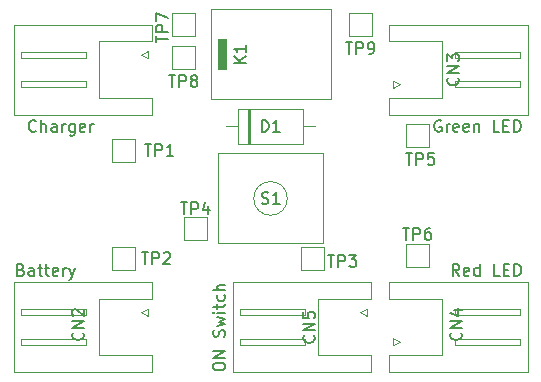
<source format=gto>
%TF.GenerationSoftware,KiCad,Pcbnew,5.1.6-c6e7f7d~87~ubuntu18.04.1*%
%TF.CreationDate,2020-08-08T17:14:56-07:00*%
%TF.ProjectId,Cough-GoNoGo,436f7567-682d-4476-9f4e-6f476f2e6b69,A.01*%
%TF.SameCoordinates,Original*%
%TF.FileFunction,Legend,Top*%
%TF.FilePolarity,Positive*%
%FSLAX46Y46*%
G04 Gerber Fmt 4.6, Leading zero omitted, Abs format (unit mm)*
G04 Created by KiCad (PCBNEW 5.1.6-c6e7f7d~87~ubuntu18.04.1) date 2020-08-08 17:14:56*
%MOMM*%
%LPD*%
G01*
G04 APERTURE LIST*
%ADD10C,0.150000*%
%ADD11C,0.120000*%
%ADD12C,0.100000*%
G04 APERTURE END LIST*
D10*
X164290761Y-103894000D02*
X164195523Y-103846380D01*
X164052666Y-103846380D01*
X163909809Y-103894000D01*
X163814571Y-103989238D01*
X163766952Y-104084476D01*
X163719333Y-104274952D01*
X163719333Y-104417809D01*
X163766952Y-104608285D01*
X163814571Y-104703523D01*
X163909809Y-104798761D01*
X164052666Y-104846380D01*
X164147904Y-104846380D01*
X164290761Y-104798761D01*
X164338380Y-104751142D01*
X164338380Y-104417809D01*
X164147904Y-104417809D01*
X164766952Y-104846380D02*
X164766952Y-104179714D01*
X164766952Y-104370190D02*
X164814571Y-104274952D01*
X164862190Y-104227333D01*
X164957428Y-104179714D01*
X165052666Y-104179714D01*
X165766952Y-104798761D02*
X165671714Y-104846380D01*
X165481238Y-104846380D01*
X165386000Y-104798761D01*
X165338380Y-104703523D01*
X165338380Y-104322571D01*
X165386000Y-104227333D01*
X165481238Y-104179714D01*
X165671714Y-104179714D01*
X165766952Y-104227333D01*
X165814571Y-104322571D01*
X165814571Y-104417809D01*
X165338380Y-104513047D01*
X166624095Y-104798761D02*
X166528857Y-104846380D01*
X166338380Y-104846380D01*
X166243142Y-104798761D01*
X166195523Y-104703523D01*
X166195523Y-104322571D01*
X166243142Y-104227333D01*
X166338380Y-104179714D01*
X166528857Y-104179714D01*
X166624095Y-104227333D01*
X166671714Y-104322571D01*
X166671714Y-104417809D01*
X166195523Y-104513047D01*
X167100285Y-104179714D02*
X167100285Y-104846380D01*
X167100285Y-104274952D02*
X167147904Y-104227333D01*
X167243142Y-104179714D01*
X167386000Y-104179714D01*
X167481238Y-104227333D01*
X167528857Y-104322571D01*
X167528857Y-104846380D01*
X169243142Y-104846380D02*
X168766952Y-104846380D01*
X168766952Y-103846380D01*
X169576476Y-104322571D02*
X169909809Y-104322571D01*
X170052666Y-104846380D02*
X169576476Y-104846380D01*
X169576476Y-103846380D01*
X170052666Y-103846380D01*
X170481238Y-104846380D02*
X170481238Y-103846380D01*
X170719333Y-103846380D01*
X170862190Y-103894000D01*
X170957428Y-103989238D01*
X171005047Y-104084476D01*
X171052666Y-104274952D01*
X171052666Y-104417809D01*
X171005047Y-104608285D01*
X170957428Y-104703523D01*
X170862190Y-104798761D01*
X170719333Y-104846380D01*
X170481238Y-104846380D01*
X165838476Y-117038380D02*
X165505142Y-116562190D01*
X165267047Y-117038380D02*
X165267047Y-116038380D01*
X165648000Y-116038380D01*
X165743238Y-116086000D01*
X165790857Y-116133619D01*
X165838476Y-116228857D01*
X165838476Y-116371714D01*
X165790857Y-116466952D01*
X165743238Y-116514571D01*
X165648000Y-116562190D01*
X165267047Y-116562190D01*
X166648000Y-116990761D02*
X166552761Y-117038380D01*
X166362285Y-117038380D01*
X166267047Y-116990761D01*
X166219428Y-116895523D01*
X166219428Y-116514571D01*
X166267047Y-116419333D01*
X166362285Y-116371714D01*
X166552761Y-116371714D01*
X166648000Y-116419333D01*
X166695619Y-116514571D01*
X166695619Y-116609809D01*
X166219428Y-116705047D01*
X167552761Y-117038380D02*
X167552761Y-116038380D01*
X167552761Y-116990761D02*
X167457523Y-117038380D01*
X167267047Y-117038380D01*
X167171809Y-116990761D01*
X167124190Y-116943142D01*
X167076571Y-116847904D01*
X167076571Y-116562190D01*
X167124190Y-116466952D01*
X167171809Y-116419333D01*
X167267047Y-116371714D01*
X167457523Y-116371714D01*
X167552761Y-116419333D01*
X169267047Y-117038380D02*
X168790857Y-117038380D01*
X168790857Y-116038380D01*
X169600380Y-116514571D02*
X169933714Y-116514571D01*
X170076571Y-117038380D02*
X169600380Y-117038380D01*
X169600380Y-116038380D01*
X170076571Y-116038380D01*
X170505142Y-117038380D02*
X170505142Y-116038380D01*
X170743238Y-116038380D01*
X170886095Y-116086000D01*
X170981333Y-116181238D01*
X171028952Y-116276476D01*
X171076571Y-116466952D01*
X171076571Y-116609809D01*
X171028952Y-116800285D01*
X170981333Y-116895523D01*
X170886095Y-116990761D01*
X170743238Y-117038380D01*
X170505142Y-117038380D01*
X144994380Y-124816761D02*
X144994380Y-124626285D01*
X145042000Y-124531047D01*
X145137238Y-124435809D01*
X145327714Y-124388190D01*
X145661047Y-124388190D01*
X145851523Y-124435809D01*
X145946761Y-124531047D01*
X145994380Y-124626285D01*
X145994380Y-124816761D01*
X145946761Y-124912000D01*
X145851523Y-125007238D01*
X145661047Y-125054857D01*
X145327714Y-125054857D01*
X145137238Y-125007238D01*
X145042000Y-124912000D01*
X144994380Y-124816761D01*
X145994380Y-123959619D02*
X144994380Y-123959619D01*
X145994380Y-123388190D01*
X144994380Y-123388190D01*
X145946761Y-122197714D02*
X145994380Y-122054857D01*
X145994380Y-121816761D01*
X145946761Y-121721523D01*
X145899142Y-121673904D01*
X145803904Y-121626285D01*
X145708666Y-121626285D01*
X145613428Y-121673904D01*
X145565809Y-121721523D01*
X145518190Y-121816761D01*
X145470571Y-122007238D01*
X145422952Y-122102476D01*
X145375333Y-122150095D01*
X145280095Y-122197714D01*
X145184857Y-122197714D01*
X145089619Y-122150095D01*
X145042000Y-122102476D01*
X144994380Y-122007238D01*
X144994380Y-121769142D01*
X145042000Y-121626285D01*
X145327714Y-121292952D02*
X145994380Y-121102476D01*
X145518190Y-120912000D01*
X145994380Y-120721523D01*
X145327714Y-120531047D01*
X145994380Y-120150095D02*
X145327714Y-120150095D01*
X144994380Y-120150095D02*
X145042000Y-120197714D01*
X145089619Y-120150095D01*
X145042000Y-120102476D01*
X144994380Y-120150095D01*
X145089619Y-120150095D01*
X145327714Y-119816761D02*
X145327714Y-119435809D01*
X144994380Y-119673904D02*
X145851523Y-119673904D01*
X145946761Y-119626285D01*
X145994380Y-119531047D01*
X145994380Y-119435809D01*
X145946761Y-118673904D02*
X145994380Y-118769142D01*
X145994380Y-118959619D01*
X145946761Y-119054857D01*
X145899142Y-119102476D01*
X145803904Y-119150095D01*
X145518190Y-119150095D01*
X145422952Y-119102476D01*
X145375333Y-119054857D01*
X145327714Y-118959619D01*
X145327714Y-118769142D01*
X145375333Y-118673904D01*
X145994380Y-118245333D02*
X144994380Y-118245333D01*
X145994380Y-117816761D02*
X145470571Y-117816761D01*
X145375333Y-117864380D01*
X145327714Y-117959619D01*
X145327714Y-118102476D01*
X145375333Y-118197714D01*
X145422952Y-118245333D01*
X128738571Y-116514571D02*
X128881428Y-116562190D01*
X128929047Y-116609809D01*
X128976666Y-116705047D01*
X128976666Y-116847904D01*
X128929047Y-116943142D01*
X128881428Y-116990761D01*
X128786190Y-117038380D01*
X128405238Y-117038380D01*
X128405238Y-116038380D01*
X128738571Y-116038380D01*
X128833809Y-116086000D01*
X128881428Y-116133619D01*
X128929047Y-116228857D01*
X128929047Y-116324095D01*
X128881428Y-116419333D01*
X128833809Y-116466952D01*
X128738571Y-116514571D01*
X128405238Y-116514571D01*
X129833809Y-117038380D02*
X129833809Y-116514571D01*
X129786190Y-116419333D01*
X129690952Y-116371714D01*
X129500476Y-116371714D01*
X129405238Y-116419333D01*
X129833809Y-116990761D02*
X129738571Y-117038380D01*
X129500476Y-117038380D01*
X129405238Y-116990761D01*
X129357619Y-116895523D01*
X129357619Y-116800285D01*
X129405238Y-116705047D01*
X129500476Y-116657428D01*
X129738571Y-116657428D01*
X129833809Y-116609809D01*
X130167142Y-116371714D02*
X130548095Y-116371714D01*
X130310000Y-116038380D02*
X130310000Y-116895523D01*
X130357619Y-116990761D01*
X130452857Y-117038380D01*
X130548095Y-117038380D01*
X130738571Y-116371714D02*
X131119523Y-116371714D01*
X130881428Y-116038380D02*
X130881428Y-116895523D01*
X130929047Y-116990761D01*
X131024285Y-117038380D01*
X131119523Y-117038380D01*
X131833809Y-116990761D02*
X131738571Y-117038380D01*
X131548095Y-117038380D01*
X131452857Y-116990761D01*
X131405238Y-116895523D01*
X131405238Y-116514571D01*
X131452857Y-116419333D01*
X131548095Y-116371714D01*
X131738571Y-116371714D01*
X131833809Y-116419333D01*
X131881428Y-116514571D01*
X131881428Y-116609809D01*
X131405238Y-116705047D01*
X132310000Y-117038380D02*
X132310000Y-116371714D01*
X132310000Y-116562190D02*
X132357619Y-116466952D01*
X132405238Y-116419333D01*
X132500476Y-116371714D01*
X132595714Y-116371714D01*
X132833809Y-116371714D02*
X133071904Y-117038380D01*
X133310000Y-116371714D02*
X133071904Y-117038380D01*
X132976666Y-117276476D01*
X132929047Y-117324095D01*
X132833809Y-117371714D01*
X129984761Y-104751142D02*
X129937142Y-104798761D01*
X129794285Y-104846380D01*
X129699047Y-104846380D01*
X129556190Y-104798761D01*
X129460952Y-104703523D01*
X129413333Y-104608285D01*
X129365714Y-104417809D01*
X129365714Y-104274952D01*
X129413333Y-104084476D01*
X129460952Y-103989238D01*
X129556190Y-103894000D01*
X129699047Y-103846380D01*
X129794285Y-103846380D01*
X129937142Y-103894000D01*
X129984761Y-103941619D01*
X130413333Y-104846380D02*
X130413333Y-103846380D01*
X130841904Y-104846380D02*
X130841904Y-104322571D01*
X130794285Y-104227333D01*
X130699047Y-104179714D01*
X130556190Y-104179714D01*
X130460952Y-104227333D01*
X130413333Y-104274952D01*
X131746666Y-104846380D02*
X131746666Y-104322571D01*
X131699047Y-104227333D01*
X131603809Y-104179714D01*
X131413333Y-104179714D01*
X131318095Y-104227333D01*
X131746666Y-104798761D02*
X131651428Y-104846380D01*
X131413333Y-104846380D01*
X131318095Y-104798761D01*
X131270476Y-104703523D01*
X131270476Y-104608285D01*
X131318095Y-104513047D01*
X131413333Y-104465428D01*
X131651428Y-104465428D01*
X131746666Y-104417809D01*
X132222857Y-104846380D02*
X132222857Y-104179714D01*
X132222857Y-104370190D02*
X132270476Y-104274952D01*
X132318095Y-104227333D01*
X132413333Y-104179714D01*
X132508571Y-104179714D01*
X133270476Y-104179714D02*
X133270476Y-104989238D01*
X133222857Y-105084476D01*
X133175238Y-105132095D01*
X133080000Y-105179714D01*
X132937142Y-105179714D01*
X132841904Y-105132095D01*
X133270476Y-104798761D02*
X133175238Y-104846380D01*
X132984761Y-104846380D01*
X132889523Y-104798761D01*
X132841904Y-104751142D01*
X132794285Y-104655904D01*
X132794285Y-104370190D01*
X132841904Y-104274952D01*
X132889523Y-104227333D01*
X132984761Y-104179714D01*
X133175238Y-104179714D01*
X133270476Y-104227333D01*
X134127619Y-104798761D02*
X134032380Y-104846380D01*
X133841904Y-104846380D01*
X133746666Y-104798761D01*
X133699047Y-104703523D01*
X133699047Y-104322571D01*
X133746666Y-104227333D01*
X133841904Y-104179714D01*
X134032380Y-104179714D01*
X134127619Y-104227333D01*
X134175238Y-104322571D01*
X134175238Y-104417809D01*
X133699047Y-104513047D01*
X134603809Y-104846380D02*
X134603809Y-104179714D01*
X134603809Y-104370190D02*
X134651428Y-104274952D01*
X134699047Y-104227333D01*
X134794285Y-104179714D01*
X134889523Y-104179714D01*
D11*
%TO.C,TP9*%
X156530000Y-94808000D02*
X158430000Y-94808000D01*
X158430000Y-94808000D02*
X158430000Y-96708000D01*
X158430000Y-96708000D02*
X156530000Y-96708000D01*
X156530000Y-96708000D02*
X156530000Y-94808000D01*
%TO.C,TP8*%
X141544000Y-97602000D02*
X143444000Y-97602000D01*
X143444000Y-97602000D02*
X143444000Y-99502000D01*
X143444000Y-99502000D02*
X141544000Y-99502000D01*
X141544000Y-99502000D02*
X141544000Y-97602000D01*
%TO.C,TP7*%
X141544000Y-94808000D02*
X143444000Y-94808000D01*
X143444000Y-94808000D02*
X143444000Y-96708000D01*
X143444000Y-96708000D02*
X141544000Y-96708000D01*
X141544000Y-96708000D02*
X141544000Y-94808000D01*
%TO.C,TP6*%
X161356000Y-114366000D02*
X163256000Y-114366000D01*
X163256000Y-114366000D02*
X163256000Y-116266000D01*
X163256000Y-116266000D02*
X161356000Y-116266000D01*
X161356000Y-116266000D02*
X161356000Y-114366000D01*
%TO.C,TP5*%
X161356000Y-104206000D02*
X163256000Y-104206000D01*
X163256000Y-104206000D02*
X163256000Y-106106000D01*
X163256000Y-106106000D02*
X161356000Y-106106000D01*
X161356000Y-106106000D02*
X161356000Y-104206000D01*
%TO.C,TP4*%
X142560000Y-112080000D02*
X144460000Y-112080000D01*
X144460000Y-112080000D02*
X144460000Y-113980000D01*
X144460000Y-113980000D02*
X142560000Y-113980000D01*
X142560000Y-113980000D02*
X142560000Y-112080000D01*
%TO.C,TP3*%
X152466000Y-114620000D02*
X154366000Y-114620000D01*
X154366000Y-114620000D02*
X154366000Y-116520000D01*
X154366000Y-116520000D02*
X152466000Y-116520000D01*
X152466000Y-116520000D02*
X152466000Y-114620000D01*
%TO.C,TP2*%
X136464000Y-114620000D02*
X138364000Y-114620000D01*
X138364000Y-114620000D02*
X138364000Y-116520000D01*
X138364000Y-116520000D02*
X136464000Y-116520000D01*
X136464000Y-116520000D02*
X136464000Y-114620000D01*
%TO.C,TP1*%
X136464000Y-105476000D02*
X138364000Y-105476000D01*
X138364000Y-105476000D02*
X138364000Y-107376000D01*
X138364000Y-107376000D02*
X136464000Y-107376000D01*
X136464000Y-107376000D02*
X136464000Y-105476000D01*
%TO.C,CN1*%
X128104000Y-99588000D02*
X128104000Y-95778000D01*
X128104000Y-95778000D02*
X139824000Y-95778000D01*
X139824000Y-95778000D02*
X139824000Y-97198000D01*
X139824000Y-97198000D02*
X135324000Y-97198000D01*
X135324000Y-97198000D02*
X135324000Y-99588000D01*
X128104000Y-99588000D02*
X128104000Y-103398000D01*
X128104000Y-103398000D02*
X139824000Y-103398000D01*
X139824000Y-103398000D02*
X139824000Y-101978000D01*
X139824000Y-101978000D02*
X135324000Y-101978000D01*
X135324000Y-101978000D02*
X135324000Y-99588000D01*
X134214000Y-98088000D02*
X128714000Y-98088000D01*
X128714000Y-98088000D02*
X128714000Y-98588000D01*
X128714000Y-98588000D02*
X134214000Y-98588000D01*
X134214000Y-98588000D02*
X134214000Y-98088000D01*
X134214000Y-100588000D02*
X128714000Y-100588000D01*
X128714000Y-100588000D02*
X128714000Y-101088000D01*
X128714000Y-101088000D02*
X134214000Y-101088000D01*
X134214000Y-101088000D02*
X134214000Y-100588000D01*
X138914000Y-98338000D02*
X139514000Y-98038000D01*
X139514000Y-98038000D02*
X139514000Y-98638000D01*
X139514000Y-98638000D02*
X138914000Y-98338000D01*
%TO.C,CN2*%
X128104000Y-121392000D02*
X128104000Y-117582000D01*
X128104000Y-117582000D02*
X139824000Y-117582000D01*
X139824000Y-117582000D02*
X139824000Y-119002000D01*
X139824000Y-119002000D02*
X135324000Y-119002000D01*
X135324000Y-119002000D02*
X135324000Y-121392000D01*
X128104000Y-121392000D02*
X128104000Y-125202000D01*
X128104000Y-125202000D02*
X139824000Y-125202000D01*
X139824000Y-125202000D02*
X139824000Y-123782000D01*
X139824000Y-123782000D02*
X135324000Y-123782000D01*
X135324000Y-123782000D02*
X135324000Y-121392000D01*
X134214000Y-119892000D02*
X128714000Y-119892000D01*
X128714000Y-119892000D02*
X128714000Y-120392000D01*
X128714000Y-120392000D02*
X134214000Y-120392000D01*
X134214000Y-120392000D02*
X134214000Y-119892000D01*
X134214000Y-122392000D02*
X128714000Y-122392000D01*
X128714000Y-122392000D02*
X128714000Y-122892000D01*
X128714000Y-122892000D02*
X134214000Y-122892000D01*
X134214000Y-122892000D02*
X134214000Y-122392000D01*
X138914000Y-120142000D02*
X139514000Y-119842000D01*
X139514000Y-119842000D02*
X139514000Y-120442000D01*
X139514000Y-120442000D02*
X138914000Y-120142000D01*
%TO.C,CN3*%
X171616000Y-99588000D02*
X171616000Y-103398000D01*
X171616000Y-103398000D02*
X159896000Y-103398000D01*
X159896000Y-103398000D02*
X159896000Y-101978000D01*
X159896000Y-101978000D02*
X164396000Y-101978000D01*
X164396000Y-101978000D02*
X164396000Y-99588000D01*
X171616000Y-99588000D02*
X171616000Y-95778000D01*
X171616000Y-95778000D02*
X159896000Y-95778000D01*
X159896000Y-95778000D02*
X159896000Y-97198000D01*
X159896000Y-97198000D02*
X164396000Y-97198000D01*
X164396000Y-97198000D02*
X164396000Y-99588000D01*
X165506000Y-101088000D02*
X171006000Y-101088000D01*
X171006000Y-101088000D02*
X171006000Y-100588000D01*
X171006000Y-100588000D02*
X165506000Y-100588000D01*
X165506000Y-100588000D02*
X165506000Y-101088000D01*
X165506000Y-98588000D02*
X171006000Y-98588000D01*
X171006000Y-98588000D02*
X171006000Y-98088000D01*
X171006000Y-98088000D02*
X165506000Y-98088000D01*
X165506000Y-98088000D02*
X165506000Y-98588000D01*
X160806000Y-100838000D02*
X160206000Y-101138000D01*
X160206000Y-101138000D02*
X160206000Y-100538000D01*
X160206000Y-100538000D02*
X160806000Y-100838000D01*
%TO.C,CN4*%
X160206000Y-122342000D02*
X160806000Y-122642000D01*
X160206000Y-122942000D02*
X160206000Y-122342000D01*
X160806000Y-122642000D02*
X160206000Y-122942000D01*
X165506000Y-119892000D02*
X165506000Y-120392000D01*
X171006000Y-119892000D02*
X165506000Y-119892000D01*
X171006000Y-120392000D02*
X171006000Y-119892000D01*
X165506000Y-120392000D02*
X171006000Y-120392000D01*
X165506000Y-122392000D02*
X165506000Y-122892000D01*
X171006000Y-122392000D02*
X165506000Y-122392000D01*
X171006000Y-122892000D02*
X171006000Y-122392000D01*
X165506000Y-122892000D02*
X171006000Y-122892000D01*
X164396000Y-119002000D02*
X164396000Y-121392000D01*
X159896000Y-119002000D02*
X164396000Y-119002000D01*
X159896000Y-117582000D02*
X159896000Y-119002000D01*
X171616000Y-117582000D02*
X159896000Y-117582000D01*
X171616000Y-121392000D02*
X171616000Y-117582000D01*
X164396000Y-123782000D02*
X164396000Y-121392000D01*
X159896000Y-123782000D02*
X164396000Y-123782000D01*
X159896000Y-125202000D02*
X159896000Y-123782000D01*
X171616000Y-125202000D02*
X159896000Y-125202000D01*
X171616000Y-121392000D02*
X171616000Y-125202000D01*
%TO.C,CN5*%
X146646000Y-121392000D02*
X146646000Y-117582000D01*
X146646000Y-117582000D02*
X158366000Y-117582000D01*
X158366000Y-117582000D02*
X158366000Y-119002000D01*
X158366000Y-119002000D02*
X153866000Y-119002000D01*
X153866000Y-119002000D02*
X153866000Y-121392000D01*
X146646000Y-121392000D02*
X146646000Y-125202000D01*
X146646000Y-125202000D02*
X158366000Y-125202000D01*
X158366000Y-125202000D02*
X158366000Y-123782000D01*
X158366000Y-123782000D02*
X153866000Y-123782000D01*
X153866000Y-123782000D02*
X153866000Y-121392000D01*
X152756000Y-119892000D02*
X147256000Y-119892000D01*
X147256000Y-119892000D02*
X147256000Y-120392000D01*
X147256000Y-120392000D02*
X152756000Y-120392000D01*
X152756000Y-120392000D02*
X152756000Y-119892000D01*
X152756000Y-122392000D02*
X147256000Y-122392000D01*
X147256000Y-122392000D02*
X147256000Y-122892000D01*
X147256000Y-122892000D02*
X152756000Y-122892000D01*
X152756000Y-122892000D02*
X152756000Y-122392000D01*
X157456000Y-120142000D02*
X158056000Y-119842000D01*
X158056000Y-119842000D02*
X158056000Y-120442000D01*
X158056000Y-120442000D02*
X157456000Y-120142000D01*
%TO.C,D1*%
X147140000Y-102924000D02*
X147140000Y-105864000D01*
X147140000Y-105864000D02*
X152580000Y-105864000D01*
X152580000Y-105864000D02*
X152580000Y-102924000D01*
X152580000Y-102924000D02*
X147140000Y-102924000D01*
X146120000Y-104394000D02*
X147140000Y-104394000D01*
X153600000Y-104394000D02*
X152580000Y-104394000D01*
X148040000Y-102924000D02*
X148040000Y-105864000D01*
X148160000Y-102924000D02*
X148160000Y-105864000D01*
X147920000Y-102924000D02*
X147920000Y-105864000D01*
%TO.C,K1*%
X144780000Y-102108000D02*
X144780000Y-94488000D01*
X144780000Y-94488000D02*
X154940000Y-94488000D01*
X154940000Y-94488000D02*
X154940000Y-102108000D01*
X154940000Y-102108000D02*
X144780000Y-102108000D01*
D12*
G36*
X146050000Y-97028000D02*
G01*
X146050000Y-99568000D01*
X145415000Y-99568000D01*
X145415000Y-97028000D01*
X146050000Y-97028000D01*
G37*
X146050000Y-97028000D02*
X146050000Y-99568000D01*
X145415000Y-99568000D01*
X145415000Y-97028000D01*
X146050000Y-97028000D01*
D11*
%TO.C,S1*%
X154305000Y-114300000D02*
X145415000Y-114300000D01*
X145415000Y-114300000D02*
X145415000Y-106680000D01*
X145415000Y-106680000D02*
X154305000Y-106680000D01*
X154305000Y-114300000D02*
X154305000Y-106680000D01*
X151279903Y-110490000D02*
G75*
G03*
X151279903Y-110490000I-1419903J0D01*
G01*
%TO.C,TP9*%
D10*
X156218095Y-97242380D02*
X156789523Y-97242380D01*
X156503809Y-98242380D02*
X156503809Y-97242380D01*
X157122857Y-98242380D02*
X157122857Y-97242380D01*
X157503809Y-97242380D01*
X157599047Y-97290000D01*
X157646666Y-97337619D01*
X157694285Y-97432857D01*
X157694285Y-97575714D01*
X157646666Y-97670952D01*
X157599047Y-97718571D01*
X157503809Y-97766190D01*
X157122857Y-97766190D01*
X158170476Y-98242380D02*
X158360952Y-98242380D01*
X158456190Y-98194761D01*
X158503809Y-98147142D01*
X158599047Y-98004285D01*
X158646666Y-97813809D01*
X158646666Y-97432857D01*
X158599047Y-97337619D01*
X158551428Y-97290000D01*
X158456190Y-97242380D01*
X158265714Y-97242380D01*
X158170476Y-97290000D01*
X158122857Y-97337619D01*
X158075238Y-97432857D01*
X158075238Y-97670952D01*
X158122857Y-97766190D01*
X158170476Y-97813809D01*
X158265714Y-97861428D01*
X158456190Y-97861428D01*
X158551428Y-97813809D01*
X158599047Y-97766190D01*
X158646666Y-97670952D01*
%TO.C,TP8*%
X141232095Y-100036380D02*
X141803523Y-100036380D01*
X141517809Y-101036380D02*
X141517809Y-100036380D01*
X142136857Y-101036380D02*
X142136857Y-100036380D01*
X142517809Y-100036380D01*
X142613047Y-100084000D01*
X142660666Y-100131619D01*
X142708285Y-100226857D01*
X142708285Y-100369714D01*
X142660666Y-100464952D01*
X142613047Y-100512571D01*
X142517809Y-100560190D01*
X142136857Y-100560190D01*
X143279714Y-100464952D02*
X143184476Y-100417333D01*
X143136857Y-100369714D01*
X143089238Y-100274476D01*
X143089238Y-100226857D01*
X143136857Y-100131619D01*
X143184476Y-100084000D01*
X143279714Y-100036380D01*
X143470190Y-100036380D01*
X143565428Y-100084000D01*
X143613047Y-100131619D01*
X143660666Y-100226857D01*
X143660666Y-100274476D01*
X143613047Y-100369714D01*
X143565428Y-100417333D01*
X143470190Y-100464952D01*
X143279714Y-100464952D01*
X143184476Y-100512571D01*
X143136857Y-100560190D01*
X143089238Y-100655428D01*
X143089238Y-100845904D01*
X143136857Y-100941142D01*
X143184476Y-100988761D01*
X143279714Y-101036380D01*
X143470190Y-101036380D01*
X143565428Y-100988761D01*
X143613047Y-100941142D01*
X143660666Y-100845904D01*
X143660666Y-100655428D01*
X143613047Y-100560190D01*
X143565428Y-100512571D01*
X143470190Y-100464952D01*
%TO.C,TP7*%
X140168380Y-97273904D02*
X140168380Y-96702476D01*
X141168380Y-96988190D02*
X140168380Y-96988190D01*
X141168380Y-96369142D02*
X140168380Y-96369142D01*
X140168380Y-95988190D01*
X140216000Y-95892952D01*
X140263619Y-95845333D01*
X140358857Y-95797714D01*
X140501714Y-95797714D01*
X140596952Y-95845333D01*
X140644571Y-95892952D01*
X140692190Y-95988190D01*
X140692190Y-96369142D01*
X140168380Y-95464380D02*
X140168380Y-94797714D01*
X141168380Y-95226285D01*
%TO.C,TP6*%
X161044095Y-112990380D02*
X161615523Y-112990380D01*
X161329809Y-113990380D02*
X161329809Y-112990380D01*
X161948857Y-113990380D02*
X161948857Y-112990380D01*
X162329809Y-112990380D01*
X162425047Y-113038000D01*
X162472666Y-113085619D01*
X162520285Y-113180857D01*
X162520285Y-113323714D01*
X162472666Y-113418952D01*
X162425047Y-113466571D01*
X162329809Y-113514190D01*
X161948857Y-113514190D01*
X163377428Y-112990380D02*
X163186952Y-112990380D01*
X163091714Y-113038000D01*
X163044095Y-113085619D01*
X162948857Y-113228476D01*
X162901238Y-113418952D01*
X162901238Y-113799904D01*
X162948857Y-113895142D01*
X162996476Y-113942761D01*
X163091714Y-113990380D01*
X163282190Y-113990380D01*
X163377428Y-113942761D01*
X163425047Y-113895142D01*
X163472666Y-113799904D01*
X163472666Y-113561809D01*
X163425047Y-113466571D01*
X163377428Y-113418952D01*
X163282190Y-113371333D01*
X163091714Y-113371333D01*
X162996476Y-113418952D01*
X162948857Y-113466571D01*
X162901238Y-113561809D01*
%TO.C,TP5*%
X161298095Y-106640380D02*
X161869523Y-106640380D01*
X161583809Y-107640380D02*
X161583809Y-106640380D01*
X162202857Y-107640380D02*
X162202857Y-106640380D01*
X162583809Y-106640380D01*
X162679047Y-106688000D01*
X162726666Y-106735619D01*
X162774285Y-106830857D01*
X162774285Y-106973714D01*
X162726666Y-107068952D01*
X162679047Y-107116571D01*
X162583809Y-107164190D01*
X162202857Y-107164190D01*
X163679047Y-106640380D02*
X163202857Y-106640380D01*
X163155238Y-107116571D01*
X163202857Y-107068952D01*
X163298095Y-107021333D01*
X163536190Y-107021333D01*
X163631428Y-107068952D01*
X163679047Y-107116571D01*
X163726666Y-107211809D01*
X163726666Y-107449904D01*
X163679047Y-107545142D01*
X163631428Y-107592761D01*
X163536190Y-107640380D01*
X163298095Y-107640380D01*
X163202857Y-107592761D01*
X163155238Y-107545142D01*
%TO.C,TP4*%
X142248095Y-110834380D02*
X142819523Y-110834380D01*
X142533809Y-111834380D02*
X142533809Y-110834380D01*
X143152857Y-111834380D02*
X143152857Y-110834380D01*
X143533809Y-110834380D01*
X143629047Y-110882000D01*
X143676666Y-110929619D01*
X143724285Y-111024857D01*
X143724285Y-111167714D01*
X143676666Y-111262952D01*
X143629047Y-111310571D01*
X143533809Y-111358190D01*
X143152857Y-111358190D01*
X144581428Y-111167714D02*
X144581428Y-111834380D01*
X144343333Y-110786761D02*
X144105238Y-111501047D01*
X144724285Y-111501047D01*
%TO.C,TP3*%
X154694095Y-115276380D02*
X155265523Y-115276380D01*
X154979809Y-116276380D02*
X154979809Y-115276380D01*
X155598857Y-116276380D02*
X155598857Y-115276380D01*
X155979809Y-115276380D01*
X156075047Y-115324000D01*
X156122666Y-115371619D01*
X156170285Y-115466857D01*
X156170285Y-115609714D01*
X156122666Y-115704952D01*
X156075047Y-115752571D01*
X155979809Y-115800190D01*
X155598857Y-115800190D01*
X156503619Y-115276380D02*
X157122666Y-115276380D01*
X156789333Y-115657333D01*
X156932190Y-115657333D01*
X157027428Y-115704952D01*
X157075047Y-115752571D01*
X157122666Y-115847809D01*
X157122666Y-116085904D01*
X157075047Y-116181142D01*
X157027428Y-116228761D01*
X156932190Y-116276380D01*
X156646476Y-116276380D01*
X156551238Y-116228761D01*
X156503619Y-116181142D01*
%TO.C,TP2*%
X138946095Y-115022380D02*
X139517523Y-115022380D01*
X139231809Y-116022380D02*
X139231809Y-115022380D01*
X139850857Y-116022380D02*
X139850857Y-115022380D01*
X140231809Y-115022380D01*
X140327047Y-115070000D01*
X140374666Y-115117619D01*
X140422285Y-115212857D01*
X140422285Y-115355714D01*
X140374666Y-115450952D01*
X140327047Y-115498571D01*
X140231809Y-115546190D01*
X139850857Y-115546190D01*
X140803238Y-115117619D02*
X140850857Y-115070000D01*
X140946095Y-115022380D01*
X141184190Y-115022380D01*
X141279428Y-115070000D01*
X141327047Y-115117619D01*
X141374666Y-115212857D01*
X141374666Y-115308095D01*
X141327047Y-115450952D01*
X140755619Y-116022380D01*
X141374666Y-116022380D01*
%TO.C,TP1*%
X139200095Y-105878380D02*
X139771523Y-105878380D01*
X139485809Y-106878380D02*
X139485809Y-105878380D01*
X140104857Y-106878380D02*
X140104857Y-105878380D01*
X140485809Y-105878380D01*
X140581047Y-105926000D01*
X140628666Y-105973619D01*
X140676285Y-106068857D01*
X140676285Y-106211714D01*
X140628666Y-106306952D01*
X140581047Y-106354571D01*
X140485809Y-106402190D01*
X140104857Y-106402190D01*
X141628666Y-106878380D02*
X141057238Y-106878380D01*
X141342952Y-106878380D02*
X141342952Y-105878380D01*
X141247714Y-106021238D01*
X141152476Y-106116476D01*
X141057238Y-106164095D01*
%TO.C,CN2*%
X133961142Y-121848476D02*
X134008761Y-121896095D01*
X134056380Y-122038952D01*
X134056380Y-122134190D01*
X134008761Y-122277047D01*
X133913523Y-122372285D01*
X133818285Y-122419904D01*
X133627809Y-122467523D01*
X133484952Y-122467523D01*
X133294476Y-122419904D01*
X133199238Y-122372285D01*
X133104000Y-122277047D01*
X133056380Y-122134190D01*
X133056380Y-122038952D01*
X133104000Y-121896095D01*
X133151619Y-121848476D01*
X134056380Y-121419904D02*
X133056380Y-121419904D01*
X134056380Y-120848476D01*
X133056380Y-120848476D01*
X133151619Y-120419904D02*
X133104000Y-120372285D01*
X133056380Y-120277047D01*
X133056380Y-120038952D01*
X133104000Y-119943714D01*
X133151619Y-119896095D01*
X133246857Y-119848476D01*
X133342095Y-119848476D01*
X133484952Y-119896095D01*
X134056380Y-120467523D01*
X134056380Y-119848476D01*
%TO.C,CN3*%
X165711142Y-100278476D02*
X165758761Y-100326095D01*
X165806380Y-100468952D01*
X165806380Y-100564190D01*
X165758761Y-100707047D01*
X165663523Y-100802285D01*
X165568285Y-100849904D01*
X165377809Y-100897523D01*
X165234952Y-100897523D01*
X165044476Y-100849904D01*
X164949238Y-100802285D01*
X164854000Y-100707047D01*
X164806380Y-100564190D01*
X164806380Y-100468952D01*
X164854000Y-100326095D01*
X164901619Y-100278476D01*
X165806380Y-99849904D02*
X164806380Y-99849904D01*
X165806380Y-99278476D01*
X164806380Y-99278476D01*
X164806380Y-98897523D02*
X164806380Y-98278476D01*
X165187333Y-98611809D01*
X165187333Y-98468952D01*
X165234952Y-98373714D01*
X165282571Y-98326095D01*
X165377809Y-98278476D01*
X165615904Y-98278476D01*
X165711142Y-98326095D01*
X165758761Y-98373714D01*
X165806380Y-98468952D01*
X165806380Y-98754666D01*
X165758761Y-98849904D01*
X165711142Y-98897523D01*
%TO.C,CN4*%
X165965142Y-121848476D02*
X166012761Y-121896095D01*
X166060380Y-122038952D01*
X166060380Y-122134190D01*
X166012761Y-122277047D01*
X165917523Y-122372285D01*
X165822285Y-122419904D01*
X165631809Y-122467523D01*
X165488952Y-122467523D01*
X165298476Y-122419904D01*
X165203238Y-122372285D01*
X165108000Y-122277047D01*
X165060380Y-122134190D01*
X165060380Y-122038952D01*
X165108000Y-121896095D01*
X165155619Y-121848476D01*
X166060380Y-121419904D02*
X165060380Y-121419904D01*
X166060380Y-120848476D01*
X165060380Y-120848476D01*
X165393714Y-119943714D02*
X166060380Y-119943714D01*
X165012761Y-120181809D02*
X165727047Y-120419904D01*
X165727047Y-119800857D01*
%TO.C,CN5*%
X153519142Y-122082476D02*
X153566761Y-122130095D01*
X153614380Y-122272952D01*
X153614380Y-122368190D01*
X153566761Y-122511047D01*
X153471523Y-122606285D01*
X153376285Y-122653904D01*
X153185809Y-122701523D01*
X153042952Y-122701523D01*
X152852476Y-122653904D01*
X152757238Y-122606285D01*
X152662000Y-122511047D01*
X152614380Y-122368190D01*
X152614380Y-122272952D01*
X152662000Y-122130095D01*
X152709619Y-122082476D01*
X153614380Y-121653904D02*
X152614380Y-121653904D01*
X153614380Y-121082476D01*
X152614380Y-121082476D01*
X152614380Y-120130095D02*
X152614380Y-120606285D01*
X153090571Y-120653904D01*
X153042952Y-120606285D01*
X152995333Y-120511047D01*
X152995333Y-120272952D01*
X153042952Y-120177714D01*
X153090571Y-120130095D01*
X153185809Y-120082476D01*
X153423904Y-120082476D01*
X153519142Y-120130095D01*
X153566761Y-120177714D01*
X153614380Y-120272952D01*
X153614380Y-120511047D01*
X153566761Y-120606285D01*
X153519142Y-120653904D01*
%TO.C,D1*%
X149121904Y-104846380D02*
X149121904Y-103846380D01*
X149360000Y-103846380D01*
X149502857Y-103894000D01*
X149598095Y-103989238D01*
X149645714Y-104084476D01*
X149693333Y-104274952D01*
X149693333Y-104417809D01*
X149645714Y-104608285D01*
X149598095Y-104703523D01*
X149502857Y-104798761D01*
X149360000Y-104846380D01*
X149121904Y-104846380D01*
X150645714Y-104846380D02*
X150074285Y-104846380D01*
X150360000Y-104846380D02*
X150360000Y-103846380D01*
X150264761Y-103989238D01*
X150169523Y-104084476D01*
X150074285Y-104132095D01*
%TO.C,K1*%
X147772380Y-99036095D02*
X146772380Y-99036095D01*
X147772380Y-98464666D02*
X147200952Y-98893238D01*
X146772380Y-98464666D02*
X147343809Y-99036095D01*
X147772380Y-97512285D02*
X147772380Y-98083714D01*
X147772380Y-97798000D02*
X146772380Y-97798000D01*
X146915238Y-97893238D01*
X147010476Y-97988476D01*
X147058095Y-98083714D01*
%TO.C,S1*%
X149098095Y-110894761D02*
X149240952Y-110942380D01*
X149479047Y-110942380D01*
X149574285Y-110894761D01*
X149621904Y-110847142D01*
X149669523Y-110751904D01*
X149669523Y-110656666D01*
X149621904Y-110561428D01*
X149574285Y-110513809D01*
X149479047Y-110466190D01*
X149288571Y-110418571D01*
X149193333Y-110370952D01*
X149145714Y-110323333D01*
X149098095Y-110228095D01*
X149098095Y-110132857D01*
X149145714Y-110037619D01*
X149193333Y-109990000D01*
X149288571Y-109942380D01*
X149526666Y-109942380D01*
X149669523Y-109990000D01*
X150621904Y-110942380D02*
X150050476Y-110942380D01*
X150336190Y-110942380D02*
X150336190Y-109942380D01*
X150240952Y-110085238D01*
X150145714Y-110180476D01*
X150050476Y-110228095D01*
%TD*%
M02*

</source>
